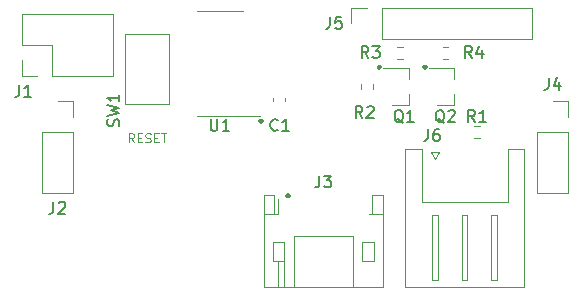
<source format=gbr>
%TF.GenerationSoftware,KiCad,Pcbnew,(5.1.9-0-10_14)*%
%TF.CreationDate,2021-05-24T21:49:32+02:00*%
%TF.ProjectId,MFM-Module-SEN0313,4d464d2d-4d6f-4647-956c-652d53454e30,rev?*%
%TF.SameCoordinates,PX82714f8PY6141b48*%
%TF.FileFunction,Legend,Top*%
%TF.FilePolarity,Positive*%
%FSLAX46Y46*%
G04 Gerber Fmt 4.6, Leading zero omitted, Abs format (unit mm)*
G04 Created by KiCad (PCBNEW (5.1.9-0-10_14)) date 2021-05-24 21:49:32*
%MOMM*%
%LPD*%
G01*
G04 APERTURE LIST*
%ADD10C,0.300000*%
%ADD11C,0.100000*%
%ADD12C,0.120000*%
%ADD13C,0.150000*%
G04 APERTURE END LIST*
D10*
X31305500Y19339786D02*
X31376928Y19268358D01*
X31305500Y19196929D01*
X31234071Y19268358D01*
X31305500Y19339786D01*
X31305500Y19196929D01*
X35179000Y19339786D02*
X35250428Y19268358D01*
X35179000Y19196929D01*
X35107571Y19268358D01*
X35179000Y19339786D01*
X35179000Y19196929D01*
X23558500Y8481286D02*
X23629928Y8409858D01*
X23558500Y8338429D01*
X23487071Y8409858D01*
X23558500Y8481286D01*
X23558500Y8338429D01*
X21272500Y14767786D02*
X21343928Y14696358D01*
X21272500Y14624929D01*
X21201071Y14696358D01*
X21272500Y14767786D01*
X21272500Y14624929D01*
D11*
X10531214Y12932215D02*
X10281214Y13289358D01*
X10102642Y12932215D02*
X10102642Y13682215D01*
X10388357Y13682215D01*
X10459785Y13646500D01*
X10495500Y13610786D01*
X10531214Y13539358D01*
X10531214Y13432215D01*
X10495500Y13360786D01*
X10459785Y13325072D01*
X10388357Y13289358D01*
X10102642Y13289358D01*
X10852642Y13325072D02*
X11102642Y13325072D01*
X11209785Y12932215D02*
X10852642Y12932215D01*
X10852642Y13682215D01*
X11209785Y13682215D01*
X11495500Y12967929D02*
X11602642Y12932215D01*
X11781214Y12932215D01*
X11852642Y12967929D01*
X11888357Y13003643D01*
X11924071Y13075072D01*
X11924071Y13146500D01*
X11888357Y13217929D01*
X11852642Y13253643D01*
X11781214Y13289358D01*
X11638357Y13325072D01*
X11566928Y13360786D01*
X11531214Y13396500D01*
X11495500Y13467929D01*
X11495500Y13539358D01*
X11531214Y13610786D01*
X11566928Y13646500D01*
X11638357Y13682215D01*
X11816928Y13682215D01*
X11924071Y13646500D01*
X12245500Y13325072D02*
X12495500Y13325072D01*
X12602642Y12932215D02*
X12245500Y12932215D01*
X12245500Y13682215D01*
X12602642Y13682215D01*
X12816928Y13682215D02*
X13245500Y13682215D01*
X13031214Y12932215D02*
X13031214Y13682215D01*
D12*
%TO.C,J1*%
X1019500Y18545500D02*
X1019500Y19875500D01*
X2349500Y18545500D02*
X1019500Y18545500D01*
X1019500Y21145500D02*
X1019500Y23745500D01*
X3619500Y21145500D02*
X1019500Y21145500D01*
X3619500Y18545500D02*
X3619500Y21145500D01*
X1019500Y23745500D02*
X8759500Y23745500D01*
X3619500Y18545500D02*
X8759500Y18545500D01*
X8759500Y18545500D02*
X8759500Y23745500D01*
%TO.C,C1*%
X23306500Y16714080D02*
X23306500Y16432920D01*
X22286500Y16714080D02*
X22286500Y16432920D01*
%TO.C,R1*%
X39797758Y13257000D02*
X39323242Y13257000D01*
X39797758Y14302000D02*
X39323242Y14302000D01*
%TO.C,J6*%
X38507001Y659500D02*
X33447001Y659500D01*
X33447001Y659500D02*
X33447001Y12379500D01*
X33447001Y12379500D02*
X34867001Y12379500D01*
X34867001Y12379500D02*
X34867001Y7879500D01*
X34867001Y7879500D02*
X38507001Y7879500D01*
X38507001Y659500D02*
X43567001Y659500D01*
X43567001Y659500D02*
X43567001Y12379500D01*
X43567001Y12379500D02*
X42147001Y12379500D01*
X42147001Y12379500D02*
X42147001Y7879500D01*
X42147001Y7879500D02*
X38507001Y7879500D01*
X35757001Y6769500D02*
X35757001Y1269500D01*
X35757001Y1269500D02*
X36257001Y1269500D01*
X36257001Y1269500D02*
X36257001Y6769500D01*
X36257001Y6769500D02*
X35757001Y6769500D01*
X38257001Y6769500D02*
X38257001Y1269500D01*
X38257001Y1269500D02*
X38757001Y1269500D01*
X38757001Y1269500D02*
X38757001Y6769500D01*
X38757001Y6769500D02*
X38257001Y6769500D01*
X40757001Y6769500D02*
X40757001Y1269500D01*
X40757001Y1269500D02*
X41257001Y1269500D01*
X41257001Y1269500D02*
X41257001Y6769500D01*
X41257001Y6769500D02*
X40757001Y6769500D01*
X36007001Y11469500D02*
X35707001Y12069500D01*
X35707001Y12069500D02*
X36307001Y12069500D01*
X36307001Y12069500D02*
X36007001Y11469500D01*
%TO.C,U1*%
X17780000Y24056500D02*
X15830000Y24056500D01*
X17780000Y24056500D02*
X19730000Y24056500D01*
X17780000Y15186500D02*
X15830000Y15186500D01*
X17780000Y15186500D02*
X21230000Y15186500D01*
%TO.C,Q1*%
X33790501Y16075999D02*
X32330501Y16075999D01*
X33790501Y19235999D02*
X31630501Y19235999D01*
X33790501Y19235999D02*
X33790501Y18305999D01*
X33790501Y16075999D02*
X33790501Y17005999D01*
%TO.C,Q2*%
X37653500Y16073000D02*
X37653500Y17003000D01*
X37653500Y19233000D02*
X37653500Y18303000D01*
X37653500Y19233000D02*
X35493500Y19233000D01*
X37653500Y16073000D02*
X36193500Y16073000D01*
%TO.C,R2*%
X30748500Y17890258D02*
X30748500Y17415742D01*
X29703500Y17890258D02*
X29703500Y17415742D01*
%TO.C,R3*%
X32782742Y19988000D02*
X33257258Y19988000D01*
X32782742Y21033000D02*
X33257258Y21033000D01*
%TO.C,R4*%
X37130758Y19988000D02*
X36656242Y19988000D01*
X37130758Y21033000D02*
X36656242Y21033000D01*
%TO.C,J3*%
X22697001Y6870499D02*
X22697001Y8085499D01*
X22757001Y2910499D02*
X22757001Y650499D01*
X23257001Y2910499D02*
X23257001Y650499D01*
X29857001Y4510499D02*
X30857001Y4510499D01*
X29857001Y2910499D02*
X29857001Y4510499D01*
X30857001Y2910499D02*
X29857001Y2910499D01*
X30857001Y4510499D02*
X30857001Y2910499D01*
X23257001Y4510499D02*
X22257001Y4510499D01*
X23257001Y2910499D02*
X23257001Y4510499D01*
X22257001Y2910499D02*
X23257001Y2910499D01*
X22257001Y4510499D02*
X22257001Y2910499D01*
X31617001Y6870499D02*
X30697001Y6870499D01*
X21497001Y6870499D02*
X22417001Y6870499D01*
X29057001Y5010499D02*
X29057001Y650499D01*
X24057001Y5010499D02*
X29057001Y5010499D01*
X24057001Y650499D02*
X24057001Y5010499D01*
X30697001Y6870499D02*
X30417001Y6870499D01*
X30697001Y8470499D02*
X30697001Y6870499D01*
X31617001Y8470499D02*
X30697001Y8470499D01*
X31617001Y650499D02*
X31617001Y8470499D01*
X21497001Y650499D02*
X31617001Y650499D01*
X21497001Y8470499D02*
X21497001Y650499D01*
X22417001Y8470499D02*
X21497001Y8470499D01*
X22417001Y6870499D02*
X22417001Y8470499D01*
X22697001Y6870499D02*
X22417001Y6870499D01*
%TO.C,J2*%
X4064000Y16392200D02*
X5394000Y16392200D01*
X5394000Y16392200D02*
X5394000Y15062200D01*
X5394000Y13792200D02*
X5394000Y8652200D01*
X2734000Y8652200D02*
X5394000Y8652200D01*
X2734000Y13792200D02*
X2734000Y8652200D01*
X2734000Y13792200D02*
X5394000Y13792200D01*
%TO.C,J4*%
X45974000Y16392200D02*
X47304000Y16392200D01*
X47304000Y16392200D02*
X47304000Y15062200D01*
X47304000Y13792200D02*
X47304000Y8652200D01*
X44644000Y8652200D02*
X47304000Y8652200D01*
X44644000Y13792200D02*
X44644000Y8652200D01*
X44644000Y13792200D02*
X47304000Y13792200D01*
%TO.C,SW1*%
X9770500Y16129000D02*
X9770500Y22098000D01*
X9779000Y22098000D02*
X13462000Y22098000D01*
X13470500Y22098000D02*
X13462000Y16129000D01*
X13462000Y16129000D02*
X9770500Y16129000D01*
%TO.C,J5*%
X28896000Y22987000D02*
X28896000Y24317000D01*
X28896000Y24317000D02*
X30226000Y24317000D01*
X31496000Y24317000D02*
X44256000Y24317000D01*
X44256000Y21657000D02*
X44256000Y24317000D01*
X31496000Y21657000D02*
X44256000Y21657000D01*
X31496000Y21657000D02*
X31496000Y24317000D01*
%TO.C,J1*%
D13*
X809666Y17794220D02*
X809666Y17079934D01*
X762047Y16937077D01*
X666809Y16841839D01*
X523952Y16794220D01*
X428714Y16794220D01*
X1809666Y16794220D02*
X1238238Y16794220D01*
X1523952Y16794220D02*
X1523952Y17794220D01*
X1428714Y17651362D01*
X1333476Y17556124D01*
X1238238Y17508505D01*
%TO.C,C1*%
X22693333Y13993858D02*
X22645714Y13946239D01*
X22502857Y13898620D01*
X22407619Y13898620D01*
X22264761Y13946239D01*
X22169523Y14041477D01*
X22121904Y14136715D01*
X22074285Y14327191D01*
X22074285Y14470048D01*
X22121904Y14660524D01*
X22169523Y14755762D01*
X22264761Y14851000D01*
X22407619Y14898620D01*
X22502857Y14898620D01*
X22645714Y14851000D01*
X22693333Y14803381D01*
X23645714Y13898620D02*
X23074285Y13898620D01*
X23360000Y13898620D02*
X23360000Y14898620D01*
X23264761Y14755762D01*
X23169523Y14660524D01*
X23074285Y14612905D01*
%TO.C,R1*%
X39393833Y14660620D02*
X39060500Y15136810D01*
X38822404Y14660620D02*
X38822404Y15660620D01*
X39203357Y15660620D01*
X39298595Y15613000D01*
X39346214Y15565381D01*
X39393833Y15470143D01*
X39393833Y15327286D01*
X39346214Y15232048D01*
X39298595Y15184429D01*
X39203357Y15136810D01*
X38822404Y15136810D01*
X40346214Y14660620D02*
X39774785Y14660620D01*
X40060500Y14660620D02*
X40060500Y15660620D01*
X39965261Y15517762D01*
X39870023Y15422524D01*
X39774785Y15374905D01*
%TO.C,J6*%
X35417166Y14040621D02*
X35417166Y13326335D01*
X35369547Y13183478D01*
X35274309Y13088240D01*
X35131452Y13040621D01*
X35036214Y13040621D01*
X36321928Y14040621D02*
X36131452Y14040621D01*
X36036214Y13993001D01*
X35988595Y13945382D01*
X35893357Y13802525D01*
X35845738Y13612049D01*
X35845738Y13231097D01*
X35893357Y13135859D01*
X35940976Y13088240D01*
X36036214Y13040621D01*
X36226690Y13040621D01*
X36321928Y13088240D01*
X36369547Y13135859D01*
X36417166Y13231097D01*
X36417166Y13469192D01*
X36369547Y13564430D01*
X36321928Y13612049D01*
X36226690Y13659668D01*
X36036214Y13659668D01*
X35940976Y13612049D01*
X35893357Y13564430D01*
X35845738Y13469192D01*
%TO.C,U1*%
X17018095Y14889120D02*
X17018095Y14079596D01*
X17065714Y13984358D01*
X17113333Y13936739D01*
X17208571Y13889120D01*
X17399047Y13889120D01*
X17494285Y13936739D01*
X17541904Y13984358D01*
X17589523Y14079596D01*
X17589523Y14889120D01*
X18589523Y13889120D02*
X18018095Y13889120D01*
X18303809Y13889120D02*
X18303809Y14889120D01*
X18208571Y14746262D01*
X18113333Y14651024D01*
X18018095Y14603405D01*
%TO.C,Q1*%
X33305761Y14565381D02*
X33210523Y14613000D01*
X33115285Y14708239D01*
X32972428Y14851096D01*
X32877190Y14898715D01*
X32781952Y14898715D01*
X32829571Y14660620D02*
X32734333Y14708239D01*
X32639095Y14803477D01*
X32591476Y14993953D01*
X32591476Y15327286D01*
X32639095Y15517762D01*
X32734333Y15613000D01*
X32829571Y15660620D01*
X33020047Y15660620D01*
X33115285Y15613000D01*
X33210523Y15517762D01*
X33258142Y15327286D01*
X33258142Y14993953D01*
X33210523Y14803477D01*
X33115285Y14708239D01*
X33020047Y14660620D01*
X32829571Y14660620D01*
X34210523Y14660620D02*
X33639095Y14660620D01*
X33924809Y14660620D02*
X33924809Y15660620D01*
X33829571Y15517762D01*
X33734333Y15422524D01*
X33639095Y15374905D01*
%TO.C,Q2*%
X36798261Y14565381D02*
X36703023Y14613000D01*
X36607785Y14708239D01*
X36464928Y14851096D01*
X36369690Y14898715D01*
X36274452Y14898715D01*
X36322071Y14660620D02*
X36226833Y14708239D01*
X36131595Y14803477D01*
X36083976Y14993953D01*
X36083976Y15327286D01*
X36131595Y15517762D01*
X36226833Y15613000D01*
X36322071Y15660620D01*
X36512547Y15660620D01*
X36607785Y15613000D01*
X36703023Y15517762D01*
X36750642Y15327286D01*
X36750642Y14993953D01*
X36703023Y14803477D01*
X36607785Y14708239D01*
X36512547Y14660620D01*
X36322071Y14660620D01*
X37131595Y15565381D02*
X37179214Y15613000D01*
X37274452Y15660620D01*
X37512547Y15660620D01*
X37607785Y15613000D01*
X37655404Y15565381D01*
X37703023Y15470143D01*
X37703023Y15374905D01*
X37655404Y15232048D01*
X37083976Y14660620D01*
X37703023Y14660620D01*
%TO.C,R2*%
X29868833Y14978120D02*
X29535500Y15454310D01*
X29297404Y14978120D02*
X29297404Y15978120D01*
X29678357Y15978120D01*
X29773595Y15930500D01*
X29821214Y15882881D01*
X29868833Y15787643D01*
X29868833Y15644786D01*
X29821214Y15549548D01*
X29773595Y15501929D01*
X29678357Y15454310D01*
X29297404Y15454310D01*
X30249785Y15882881D02*
X30297404Y15930500D01*
X30392642Y15978120D01*
X30630738Y15978120D01*
X30725976Y15930500D01*
X30773595Y15882881D01*
X30821214Y15787643D01*
X30821214Y15692405D01*
X30773595Y15549548D01*
X30202166Y14978120D01*
X30821214Y14978120D01*
%TO.C,R3*%
X30376833Y20058120D02*
X30043500Y20534310D01*
X29805404Y20058120D02*
X29805404Y21058120D01*
X30186357Y21058120D01*
X30281595Y21010500D01*
X30329214Y20962881D01*
X30376833Y20867643D01*
X30376833Y20724786D01*
X30329214Y20629548D01*
X30281595Y20581929D01*
X30186357Y20534310D01*
X29805404Y20534310D01*
X30710166Y21058120D02*
X31329214Y21058120D01*
X30995880Y20677167D01*
X31138738Y20677167D01*
X31233976Y20629548D01*
X31281595Y20581929D01*
X31329214Y20486691D01*
X31329214Y20248596D01*
X31281595Y20153358D01*
X31233976Y20105739D01*
X31138738Y20058120D01*
X30853023Y20058120D01*
X30757785Y20105739D01*
X30710166Y20153358D01*
%TO.C,R4*%
X39139833Y20058120D02*
X38806500Y20534310D01*
X38568404Y20058120D02*
X38568404Y21058120D01*
X38949357Y21058120D01*
X39044595Y21010500D01*
X39092214Y20962881D01*
X39139833Y20867643D01*
X39139833Y20724786D01*
X39092214Y20629548D01*
X39044595Y20581929D01*
X38949357Y20534310D01*
X38568404Y20534310D01*
X39996976Y20724786D02*
X39996976Y20058120D01*
X39758880Y21105739D02*
X39520785Y20391453D01*
X40139833Y20391453D01*
%TO.C,J3*%
X26223667Y10108119D02*
X26223667Y9393833D01*
X26176048Y9250976D01*
X26080810Y9155738D01*
X25937953Y9108119D01*
X25842715Y9108119D01*
X26604620Y10108119D02*
X27223667Y10108119D01*
X26890334Y9727166D01*
X27033191Y9727166D01*
X27128429Y9679547D01*
X27176048Y9631928D01*
X27223667Y9536690D01*
X27223667Y9298595D01*
X27176048Y9203357D01*
X27128429Y9155738D01*
X27033191Y9108119D01*
X26747477Y9108119D01*
X26652239Y9155738D01*
X26604620Y9203357D01*
%TO.C,J2*%
X3705266Y7888220D02*
X3705266Y7173934D01*
X3657647Y7031077D01*
X3562409Y6935839D01*
X3419552Y6888220D01*
X3324314Y6888220D01*
X4133838Y7792981D02*
X4181457Y7840600D01*
X4276695Y7888220D01*
X4514790Y7888220D01*
X4610028Y7840600D01*
X4657647Y7792981D01*
X4705266Y7697743D01*
X4705266Y7602505D01*
X4657647Y7459648D01*
X4086219Y6888220D01*
X4705266Y6888220D01*
%TO.C,J4*%
X45640666Y18379820D02*
X45640666Y17665534D01*
X45593047Y17522677D01*
X45497809Y17427439D01*
X45354952Y17379820D01*
X45259714Y17379820D01*
X46545428Y18046486D02*
X46545428Y17379820D01*
X46307333Y18427439D02*
X46069238Y17713153D01*
X46688285Y17713153D01*
%TO.C,SW1*%
X9231261Y14287667D02*
X9278880Y14430524D01*
X9278880Y14668620D01*
X9231261Y14763858D01*
X9183642Y14811477D01*
X9088404Y14859096D01*
X8993166Y14859096D01*
X8897928Y14811477D01*
X8850309Y14763858D01*
X8802690Y14668620D01*
X8755071Y14478143D01*
X8707452Y14382905D01*
X8659833Y14335286D01*
X8564595Y14287667D01*
X8469357Y14287667D01*
X8374119Y14335286D01*
X8326500Y14382905D01*
X8278880Y14478143D01*
X8278880Y14716239D01*
X8326500Y14859096D01*
X8278880Y15192429D02*
X9278880Y15430524D01*
X8564595Y15621000D01*
X9278880Y15811477D01*
X8278880Y16049572D01*
X9278880Y16954334D02*
X9278880Y16382905D01*
X9278880Y16668620D02*
X8278880Y16668620D01*
X8421738Y16573381D01*
X8516976Y16478143D01*
X8564595Y16382905D01*
%TO.C,J5*%
X27122666Y23534620D02*
X27122666Y22820334D01*
X27075047Y22677477D01*
X26979809Y22582239D01*
X26836952Y22534620D01*
X26741714Y22534620D01*
X28075047Y23534620D02*
X27598857Y23534620D01*
X27551238Y23058429D01*
X27598857Y23106048D01*
X27694095Y23153667D01*
X27932190Y23153667D01*
X28027428Y23106048D01*
X28075047Y23058429D01*
X28122666Y22963191D01*
X28122666Y22725096D01*
X28075047Y22629858D01*
X28027428Y22582239D01*
X27932190Y22534620D01*
X27694095Y22534620D01*
X27598857Y22582239D01*
X27551238Y22629858D01*
%TD*%
M02*

</source>
